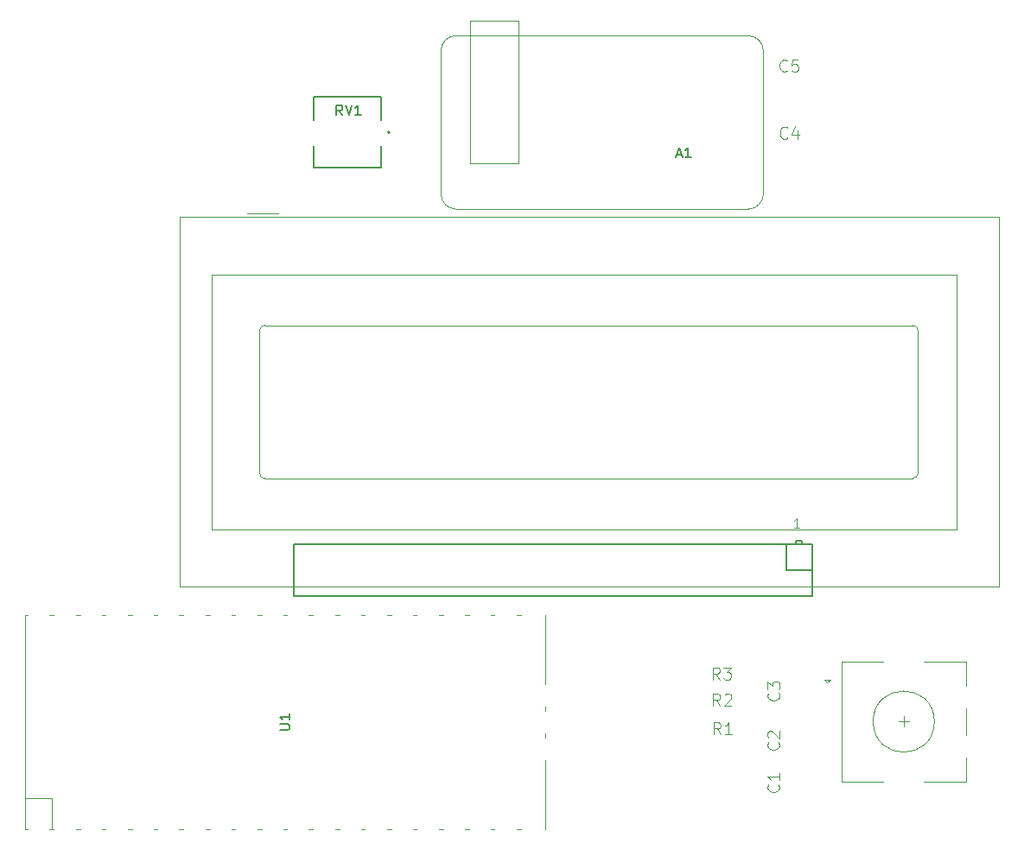
<source format=gbr>
%TF.GenerationSoftware,KiCad,Pcbnew,(6.0.7)*%
%TF.CreationDate,2022-10-15T00:00:42+09:00*%
%TF.ProjectId,minidexed shield,6d696e69-6465-4786-9564-20736869656c,rev?*%
%TF.SameCoordinates,Original*%
%TF.FileFunction,Legend,Top*%
%TF.FilePolarity,Positive*%
%FSLAX46Y46*%
G04 Gerber Fmt 4.6, Leading zero omitted, Abs format (unit mm)*
G04 Created by KiCad (PCBNEW (6.0.7)) date 2022-10-15 00:00:42*
%MOMM*%
%LPD*%
G01*
G04 APERTURE LIST*
%ADD10C,0.101600*%
%ADD11C,0.150000*%
%ADD12C,0.120000*%
%ADD13C,0.127000*%
%ADD14C,0.200000*%
G04 APERTURE END LIST*
D10*
%TO.C,C3*%
X168323085Y-124431354D02*
X168378723Y-124486992D01*
X168434361Y-124653906D01*
X168434361Y-124765182D01*
X168378723Y-124932097D01*
X168267447Y-125043373D01*
X168156171Y-125099011D01*
X167933619Y-125154649D01*
X167766704Y-125154649D01*
X167544152Y-125099011D01*
X167432876Y-125043373D01*
X167321600Y-124932097D01*
X167265961Y-124765182D01*
X167265961Y-124653906D01*
X167321600Y-124486992D01*
X167377238Y-124431354D01*
X167265961Y-124041887D02*
X167265961Y-123318592D01*
X167711066Y-123708059D01*
X167711066Y-123541144D01*
X167766704Y-123429868D01*
X167822342Y-123374230D01*
X167933619Y-123318592D01*
X168211809Y-123318592D01*
X168323085Y-123374230D01*
X168378723Y-123429868D01*
X168434361Y-123541144D01*
X168434361Y-123874973D01*
X168378723Y-123986249D01*
X168323085Y-124041887D01*
%TO.C,R1*%
X162671887Y-128484361D02*
X162282420Y-127927980D01*
X162004230Y-128484361D02*
X162004230Y-127315961D01*
X162449335Y-127315961D01*
X162560611Y-127371600D01*
X162616249Y-127427238D01*
X162671887Y-127538514D01*
X162671887Y-127705428D01*
X162616249Y-127816704D01*
X162560611Y-127872342D01*
X162449335Y-127927980D01*
X162004230Y-127927980D01*
X163784649Y-128484361D02*
X163116992Y-128484361D01*
X163450820Y-128484361D02*
X163450820Y-127315961D01*
X163339544Y-127482876D01*
X163228268Y-127594152D01*
X163116992Y-127649790D01*
%TO.C,C4*%
X169201887Y-69993085D02*
X169146249Y-70048723D01*
X168979335Y-70104361D01*
X168868059Y-70104361D01*
X168701144Y-70048723D01*
X168589868Y-69937447D01*
X168534230Y-69826171D01*
X168478592Y-69603619D01*
X168478592Y-69436704D01*
X168534230Y-69214152D01*
X168589868Y-69102876D01*
X168701144Y-68991600D01*
X168868059Y-68935961D01*
X168979335Y-68935961D01*
X169146249Y-68991600D01*
X169201887Y-69047238D01*
X170203373Y-69325428D02*
X170203373Y-70104361D01*
X169925182Y-68880323D02*
X169646992Y-69714895D01*
X170370287Y-69714895D01*
%TO.C,R2*%
X162601887Y-125684361D02*
X162212420Y-125127980D01*
X161934230Y-125684361D02*
X161934230Y-124515961D01*
X162379335Y-124515961D01*
X162490611Y-124571600D01*
X162546249Y-124627238D01*
X162601887Y-124738514D01*
X162601887Y-124905428D01*
X162546249Y-125016704D01*
X162490611Y-125072342D01*
X162379335Y-125127980D01*
X161934230Y-125127980D01*
X163046992Y-124627238D02*
X163102630Y-124571600D01*
X163213906Y-124515961D01*
X163492097Y-124515961D01*
X163603373Y-124571600D01*
X163659011Y-124627238D01*
X163714649Y-124738514D01*
X163714649Y-124849790D01*
X163659011Y-125016704D01*
X162991354Y-125684361D01*
X163714649Y-125684361D01*
%TO.C,C2*%
X168293085Y-129261354D02*
X168348723Y-129316992D01*
X168404361Y-129483906D01*
X168404361Y-129595182D01*
X168348723Y-129762097D01*
X168237447Y-129873373D01*
X168126171Y-129929011D01*
X167903619Y-129984649D01*
X167736704Y-129984649D01*
X167514152Y-129929011D01*
X167402876Y-129873373D01*
X167291600Y-129762097D01*
X167235961Y-129595182D01*
X167235961Y-129483906D01*
X167291600Y-129316992D01*
X167347238Y-129261354D01*
X167347238Y-128816249D02*
X167291600Y-128760611D01*
X167235961Y-128649335D01*
X167235961Y-128371144D01*
X167291600Y-128259868D01*
X167347238Y-128204230D01*
X167458514Y-128148592D01*
X167569790Y-128148592D01*
X167736704Y-128204230D01*
X168404361Y-128871887D01*
X168404361Y-128148592D01*
%TO.C,C1*%
X168293085Y-133411354D02*
X168348723Y-133466992D01*
X168404361Y-133633906D01*
X168404361Y-133745182D01*
X168348723Y-133912097D01*
X168237447Y-134023373D01*
X168126171Y-134079011D01*
X167903619Y-134134649D01*
X167736704Y-134134649D01*
X167514152Y-134079011D01*
X167402876Y-134023373D01*
X167291600Y-133912097D01*
X167235961Y-133745182D01*
X167235961Y-133633906D01*
X167291600Y-133466992D01*
X167347238Y-133411354D01*
X168404361Y-132298592D02*
X168404361Y-132966249D01*
X168404361Y-132632420D02*
X167235961Y-132632420D01*
X167402876Y-132743697D01*
X167514152Y-132854973D01*
X167569790Y-132966249D01*
%TO.C,R3*%
X162568645Y-123104361D02*
X162179179Y-122547980D01*
X161900988Y-123104361D02*
X161900988Y-121935961D01*
X162346093Y-121935961D01*
X162457369Y-121991600D01*
X162513007Y-122047238D01*
X162568645Y-122158514D01*
X162568645Y-122325428D01*
X162513007Y-122436704D01*
X162457369Y-122492342D01*
X162346093Y-122547980D01*
X161900988Y-122547980D01*
X162958112Y-121935961D02*
X163681407Y-121935961D01*
X163291940Y-122381066D01*
X163458855Y-122381066D01*
X163570131Y-122436704D01*
X163625769Y-122492342D01*
X163681407Y-122603619D01*
X163681407Y-122881809D01*
X163625769Y-122993085D01*
X163570131Y-123048723D01*
X163458855Y-123104361D01*
X163125026Y-123104361D01*
X163013750Y-123048723D01*
X162958112Y-122993085D01*
D11*
%TO.C,U1*%
X119452380Y-128041904D02*
X120261904Y-128041904D01*
X120357142Y-127994285D01*
X120404761Y-127946666D01*
X120452380Y-127851428D01*
X120452380Y-127660952D01*
X120404761Y-127565714D01*
X120357142Y-127518095D01*
X120261904Y-127470476D01*
X119452380Y-127470476D01*
X120452380Y-126470476D02*
X120452380Y-127041904D01*
X120452380Y-126756190D02*
X119452380Y-126756190D01*
X119595238Y-126851428D01*
X119690476Y-126946666D01*
X119738095Y-127041904D01*
%TO.C,A1*%
X158335714Y-71676666D02*
X158811904Y-71676666D01*
X158240476Y-71962380D02*
X158573809Y-70962380D01*
X158907142Y-71962380D01*
X159764285Y-71962380D02*
X159192857Y-71962380D01*
X159478571Y-71962380D02*
X159478571Y-70962380D01*
X159383333Y-71105238D01*
X159288095Y-71200476D01*
X159192857Y-71248095D01*
%TO.C,RV1*%
X125593121Y-67813627D02*
X125258869Y-67336124D01*
X125020118Y-67813627D02*
X125020118Y-66810871D01*
X125402120Y-66810871D01*
X125497620Y-66858622D01*
X125545371Y-66906372D01*
X125593121Y-67001872D01*
X125593121Y-67145123D01*
X125545371Y-67240624D01*
X125497620Y-67288374D01*
X125402120Y-67336124D01*
X125020118Y-67336124D01*
X125879623Y-66810871D02*
X126213875Y-67813627D01*
X126548127Y-66810871D01*
X127407632Y-67813627D02*
X126834628Y-67813627D01*
X127121130Y-67813627D02*
X127121130Y-66810871D01*
X127025630Y-66954122D01*
X126930129Y-67049623D01*
X126834628Y-67097373D01*
D10*
%TO.C,X1*%
X170407288Y-108208957D02*
X169884774Y-108208957D01*
X170146031Y-108208957D02*
X170146031Y-107294557D01*
X170058945Y-107425185D01*
X169971860Y-107512271D01*
X169884774Y-107555814D01*
%TO.C,C5*%
X169161887Y-63423085D02*
X169106249Y-63478723D01*
X168939335Y-63534361D01*
X168828059Y-63534361D01*
X168661144Y-63478723D01*
X168549868Y-63367447D01*
X168494230Y-63256171D01*
X168438592Y-63033619D01*
X168438592Y-62866704D01*
X168494230Y-62644152D01*
X168549868Y-62532876D01*
X168661144Y-62421600D01*
X168828059Y-62365961D01*
X168939335Y-62365961D01*
X169106249Y-62421600D01*
X169161887Y-62477238D01*
X170219011Y-62365961D02*
X169662630Y-62365961D01*
X169606992Y-62922342D01*
X169662630Y-62866704D01*
X169773906Y-62811066D01*
X170052097Y-62811066D01*
X170163373Y-62866704D01*
X170219011Y-62922342D01*
X170274649Y-63033619D01*
X170274649Y-63311809D01*
X170219011Y-63423085D01*
X170163373Y-63478723D01*
X170052097Y-63534361D01*
X169773906Y-63534361D01*
X169662630Y-63478723D01*
X169606992Y-63423085D01*
D12*
%TO.C,SW1*%
X180100000Y-127240000D02*
X181100000Y-127240000D01*
X178600000Y-133140000D02*
X174500000Y-133140000D01*
X173400000Y-123140000D02*
X173100000Y-123440000D01*
X174500000Y-121340000D02*
X174500000Y-133140000D01*
X182600000Y-121340000D02*
X186700000Y-121340000D01*
X178600000Y-121340000D02*
X174500000Y-121340000D01*
X186700000Y-121340000D02*
X186700000Y-123740000D01*
X186700000Y-133140000D02*
X182600000Y-133140000D01*
X180600000Y-126740000D02*
X180600000Y-127740000D01*
X172800000Y-123140000D02*
X173400000Y-123140000D01*
X173100000Y-123440000D02*
X172800000Y-123140000D01*
X186700000Y-130740000D02*
X186700000Y-133140000D01*
X186700000Y-125940000D02*
X186700000Y-128540000D01*
X183600000Y-127240000D02*
G75*
G03*
X183600000Y-127240000I-3000000J0D01*
G01*
%TO.C,DS1*%
X185790000Y-83400000D02*
X185790000Y-108400000D01*
X112790000Y-108400000D02*
X112790000Y-83400000D01*
X109650000Y-77760000D02*
X109650000Y-114040000D01*
X117490280Y-102899320D02*
X117490280Y-88900000D01*
X109660000Y-77760000D02*
X110450000Y-77760000D01*
X189930000Y-77760000D02*
X110450000Y-77760000D01*
X117990000Y-88400000D02*
X181490000Y-88400000D01*
X181990000Y-88900000D02*
X181990000Y-102900000D01*
X112790000Y-83400000D02*
X185790000Y-83400000D01*
X185790000Y-108400000D02*
X112790000Y-108400000D01*
X116290000Y-77400000D02*
X119290000Y-77400000D01*
X181490660Y-103400000D02*
X117990000Y-103400000D01*
X109650000Y-114040000D02*
X189930000Y-114040000D01*
X189930000Y-114040000D02*
X189930000Y-77760000D01*
X117490280Y-102899320D02*
G75*
G03*
X117990660Y-103399700I500380J0D01*
G01*
X181990000Y-88900000D02*
G75*
G03*
X181490000Y-88400000I-500000J0D01*
G01*
X117990660Y-88398460D02*
G75*
G03*
X117490280Y-88898840I0J-500380D01*
G01*
X181490660Y-103399740D02*
G75*
G03*
X181991040Y-102899320I-60J500440D01*
G01*
%TO.C,U1*%
X107100000Y-137780000D02*
X107500000Y-137780000D01*
X96900000Y-116780000D02*
X97300000Y-116780000D01*
X130000000Y-137780000D02*
X130400000Y-137780000D01*
X130000000Y-116780000D02*
X130400000Y-116780000D01*
X112200000Y-137780000D02*
X112600000Y-137780000D01*
X94500000Y-137780000D02*
X94500000Y-116780000D01*
X127400000Y-116780000D02*
X127800000Y-116780000D01*
X102000000Y-116780000D02*
X102400000Y-116780000D01*
X114700000Y-137780000D02*
X115100000Y-137780000D01*
X135100000Y-116780000D02*
X135500000Y-116780000D01*
X142700000Y-137780000D02*
X143100000Y-137780000D01*
X145500000Y-128780000D02*
X145500000Y-128380000D01*
X132500000Y-137780000D02*
X132900000Y-137780000D01*
X124900000Y-116780000D02*
X125300000Y-116780000D01*
X96900000Y-137780000D02*
X97300000Y-137780000D01*
X145500000Y-126180000D02*
X145500000Y-125780000D01*
X94500000Y-137780000D02*
X94800000Y-137780000D01*
X99500000Y-137780000D02*
X99900000Y-137780000D01*
X122300000Y-116780000D02*
X122700000Y-116780000D01*
X122300000Y-137780000D02*
X122700000Y-137780000D01*
X137600000Y-116780000D02*
X138000000Y-116780000D01*
X117300000Y-137780000D02*
X117700000Y-137780000D01*
X117300000Y-116780000D02*
X117700000Y-116780000D01*
X97167000Y-137780000D02*
X97167000Y-134773000D01*
X119800000Y-137780000D02*
X120200000Y-137780000D01*
X142700000Y-116780000D02*
X143100000Y-116780000D01*
X114700000Y-116780000D02*
X115100000Y-116780000D01*
X124900000Y-137780000D02*
X125300000Y-137780000D01*
X140100000Y-116780000D02*
X140500000Y-116780000D01*
X109600000Y-137780000D02*
X110000000Y-137780000D01*
X97167000Y-134773000D02*
X94500000Y-134773000D01*
X119800000Y-116780000D02*
X120200000Y-116780000D01*
X132500000Y-116780000D02*
X132900000Y-116780000D01*
X135100000Y-137780000D02*
X135500000Y-137780000D01*
X102000000Y-137780000D02*
X102400000Y-137780000D01*
X109600000Y-116780000D02*
X110000000Y-116780000D01*
X137600000Y-137780000D02*
X138000000Y-137780000D01*
X107100000Y-116780000D02*
X107500000Y-116780000D01*
X140100000Y-137780000D02*
X140500000Y-137780000D01*
X104600000Y-116780000D02*
X105000000Y-116780000D01*
X127400000Y-137780000D02*
X127800000Y-137780000D01*
X145500000Y-130980000D02*
X145500000Y-137780000D01*
X112200000Y-116780000D02*
X112600000Y-116780000D01*
X145500000Y-116780000D02*
X145500000Y-123580000D01*
X94500000Y-116780000D02*
X94800000Y-116780000D01*
X99500000Y-116780000D02*
X99900000Y-116780000D01*
X104600000Y-137780000D02*
X105000000Y-137780000D01*
%TO.C,A1*%
X138150000Y-58510000D02*
X142850000Y-58510000D01*
X165350000Y-60010000D02*
X136750000Y-60010000D01*
X138150000Y-72510000D02*
X138150000Y-58510000D01*
X142850000Y-58510000D02*
X142850000Y-72510000D01*
X166850000Y-75510000D02*
X166850000Y-61510000D01*
X136750000Y-77010000D02*
X165350000Y-77010000D01*
X142850000Y-72510000D02*
X138150000Y-72510000D01*
X135250000Y-61510000D02*
X135250000Y-75510000D01*
X135250000Y-75510000D02*
G75*
G03*
X136750000Y-77010000I1500000J0D01*
G01*
X165350000Y-77010000D02*
G75*
G03*
X166850000Y-75510000I-1J1500001D01*
G01*
X166850000Y-61510000D02*
G75*
G03*
X165350000Y-60010000I-1500001J-1D01*
G01*
X136750000Y-60010000D02*
G75*
G03*
X135250000Y-61510000I0J-1500000D01*
G01*
D13*
%TO.C,RV1*%
X129360000Y-65970000D02*
X129360000Y-68255000D01*
X129360000Y-72960000D02*
X122760000Y-72960000D01*
X129360000Y-70795000D02*
X129360000Y-72960000D01*
X122760000Y-68255000D02*
X122760000Y-65970000D01*
X122760000Y-72960000D02*
X122760000Y-70795000D01*
X122760000Y-65960000D02*
X129360000Y-65960000D01*
D14*
X130224000Y-69490000D02*
G75*
G03*
X130224000Y-69490000I-100000J0D01*
G01*
D13*
%TO.C,X1*%
X170012500Y-109522500D02*
X170012500Y-109840000D01*
X170647500Y-109840000D02*
X170647500Y-109522500D01*
X120800000Y-109840000D02*
X120800000Y-114920000D01*
X171600000Y-114920000D02*
X171600000Y-112380000D01*
X170647500Y-109522500D02*
X170012500Y-109522500D01*
X171600000Y-109840000D02*
X170647500Y-109840000D01*
X120800000Y-114920000D02*
X171600000Y-114920000D01*
X169060000Y-112380000D02*
X169060000Y-109840000D01*
X171600000Y-112380000D02*
X169060000Y-112380000D01*
X170647500Y-109840000D02*
X170012500Y-109840000D01*
X169060000Y-109840000D02*
X120800000Y-109840000D01*
X171600000Y-112380000D02*
X171600000Y-109840000D01*
X170012500Y-109840000D02*
X169060000Y-109840000D01*
%TD*%
M02*

</source>
